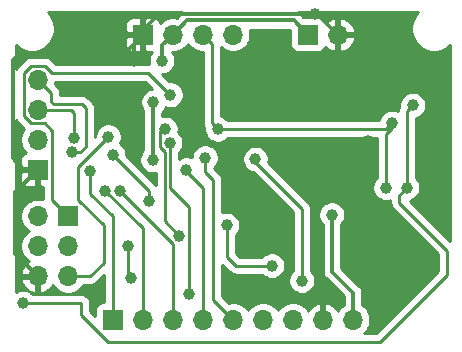
<source format=gbl>
%TF.GenerationSoftware,KiCad,Pcbnew,(5.1.10-1-10_14)*%
%TF.CreationDate,2021-08-15T15:03:56-03:00*%
%TF.ProjectId,bacee,62616365-652e-46b6-9963-61645f706362,1*%
%TF.SameCoordinates,Original*%
%TF.FileFunction,Copper,L2,Bot*%
%TF.FilePolarity,Positive*%
%FSLAX46Y46*%
G04 Gerber Fmt 4.6, Leading zero omitted, Abs format (unit mm)*
G04 Created by KiCad (PCBNEW (5.1.10-1-10_14)) date 2021-08-15 15:03:56*
%MOMM*%
%LPD*%
G01*
G04 APERTURE LIST*
%TA.AperFunction,ComponentPad*%
%ADD10R,1.700000X1.700000*%
%TD*%
%TA.AperFunction,ComponentPad*%
%ADD11O,1.700000X1.700000*%
%TD*%
%TA.AperFunction,ViaPad*%
%ADD12C,1.000000*%
%TD*%
%TA.AperFunction,Conductor*%
%ADD13C,0.300000*%
%TD*%
%TA.AperFunction,Conductor*%
%ADD14C,0.250000*%
%TD*%
%TA.AperFunction,Conductor*%
%ADD15C,0.254000*%
%TD*%
%TA.AperFunction,Conductor*%
%ADD16C,0.100000*%
%TD*%
G04 APERTURE END LIST*
D10*
%TO.P,BT1,1*%
%TO.N,/VCC*%
X83820000Y-104140000D03*
D11*
%TO.P,BT1,2*%
%TO.N,GNDPWR*%
X86360000Y-104140000D03*
%TD*%
D10*
%TO.P,J1,1*%
%TO.N,/MISO*%
X63500000Y-119507000D03*
D11*
%TO.P,J1,2*%
%TO.N,/VCC*%
X60960000Y-119507000D03*
%TO.P,J1,3*%
%TO.N,/SCK*%
X63500000Y-122047000D03*
%TO.P,J1,4*%
%TO.N,/MOSI*%
X60960000Y-122047000D03*
%TO.P,J1,5*%
%TO.N,/RESET*%
X63500000Y-124587000D03*
%TO.P,J1,6*%
%TO.N,GNDPWR*%
X60960000Y-124587000D03*
%TD*%
D10*
%TO.P,J2,1*%
%TO.N,/D2*%
X67310000Y-128270000D03*
D11*
%TO.P,J2,2*%
%TO.N,/D3*%
X69850000Y-128270000D03*
%TO.P,J2,3*%
%TO.N,/D4*%
X72390000Y-128270000D03*
%TO.P,J2,4*%
%TO.N,/D5*%
X74930000Y-128270000D03*
%TO.P,J2,5*%
%TO.N,/D6*%
X77470000Y-128270000D03*
%TO.P,J2,6*%
%TO.N,/D7*%
X80010000Y-128270000D03*
%TO.P,J2,7*%
%TO.N,/D8*%
X82550000Y-128270000D03*
%TO.P,J2,8*%
%TO.N,GNDPWR*%
X85090000Y-128270000D03*
%TO.P,J2,9*%
%TO.N,/VCC*%
X87630000Y-128270000D03*
%TD*%
D10*
%TO.P,J3,1*%
%TO.N,GNDPWR*%
X60960000Y-115570000D03*
D11*
%TO.P,J3,2*%
%TO.N,/VCC*%
X60960000Y-113030000D03*
%TO.P,J3,3*%
%TO.N,/RX*%
X60960000Y-110490000D03*
%TO.P,J3,4*%
%TO.N,/TX*%
X60960000Y-107950000D03*
%TD*%
%TO.P,J4,4*%
%TO.N,/SCK*%
X77470000Y-104140000D03*
%TO.P,J4,3*%
%TO.N,/SDA*%
X74930000Y-104140000D03*
%TO.P,J4,2*%
%TO.N,/VCC*%
X72390000Y-104140000D03*
D10*
%TO.P,J4,1*%
%TO.N,GNDPWR*%
X69850000Y-104140000D03*
%TD*%
D12*
%TO.N,/VCC*%
X85852000Y-119380000D03*
X71469000Y-106346991D03*
X70669000Y-114746992D03*
X70739000Y-109855000D03*
%TO.N,GNDPWR*%
X84455000Y-102362000D03*
X69069000Y-106346992D03*
X69053340Y-108849163D03*
X69053340Y-114138340D03*
X89027000Y-119761000D03*
X88900000Y-113157000D03*
%TO.N,Net-(C2-Pad1)*%
X80772000Y-123698000D03*
X76962000Y-120269000D03*
%TO.N,/SCK*%
X68580000Y-122047000D03*
X68834000Y-124714000D03*
X83312000Y-124968000D03*
X79375000Y-114681000D03*
%TO.N,/MISO*%
X72160884Y-109237758D03*
%TO.N,/MOSI*%
X67310000Y-114300000D03*
X70358000Y-118237000D03*
%TO.N,/RESET*%
X66929000Y-112776000D03*
%TO.N,/D2*%
X65405000Y-115697000D03*
%TO.N,/D3*%
X66675000Y-117348000D03*
%TO.N,/D4*%
X67927183Y-117406806D03*
%TO.N,/D5*%
X73533000Y-115570000D03*
%TO.N,/D6*%
X75119002Y-114554000D03*
%TO.N,/D7*%
X73787000Y-126111000D03*
X72136000Y-113284000D03*
%TO.N,/D8*%
X72898000Y-121158000D03*
X71755000Y-112141000D03*
%TO.N,/RX*%
X64002781Y-112907780D03*
%TO.N,/TX*%
X63844629Y-114097313D03*
%TO.N,/SDA*%
X76200000Y-112141000D03*
X90424000Y-117094000D03*
X90932000Y-111633000D03*
%TO.N,/SCL*%
X59690000Y-126873000D03*
X92202000Y-117094000D03*
X92710000Y-110109000D03*
%TD*%
D13*
%TO.N,/VCC*%
X85852000Y-119380000D02*
X85852000Y-124206000D01*
X87630000Y-125984000D02*
X87630000Y-128270000D01*
X85852000Y-124206000D02*
X87630000Y-125984000D01*
X82619999Y-102939999D02*
X83820000Y-104140000D01*
X73590001Y-102939999D02*
X82619999Y-102939999D01*
X72390000Y-104140000D02*
X73590001Y-102939999D01*
X71469000Y-105061000D02*
X72390000Y-104140000D01*
X71469000Y-106346991D02*
X71469000Y-105061000D01*
X70669000Y-109925000D02*
X70739000Y-109855000D01*
X70669000Y-114746992D02*
X70669000Y-109925000D01*
%TO.N,GNDPWR*%
X84582000Y-102362000D02*
X86360000Y-104140000D01*
X84455000Y-102362000D02*
X84582000Y-102362000D01*
X69850000Y-104140000D02*
X69850000Y-103759000D01*
X71247000Y-102362000D02*
X84455000Y-102362000D01*
X69850000Y-103759000D02*
X71247000Y-102362000D01*
X69069000Y-104921000D02*
X69850000Y-104140000D01*
X69069000Y-106346992D02*
X69069000Y-104921000D01*
X69053340Y-108849163D02*
X69053340Y-114138340D01*
X60960000Y-124587000D02*
X59055000Y-122682000D01*
X59055000Y-117475000D02*
X60960000Y-115570000D01*
X59055000Y-122682000D02*
X59055000Y-117475000D01*
X69850000Y-104140000D02*
X68326000Y-105664000D01*
X59810000Y-115570000D02*
X60960000Y-115570000D01*
X58833990Y-114593990D02*
X59810000Y-115570000D01*
X58833990Y-106266010D02*
X58833990Y-114593990D01*
X59436000Y-105664000D02*
X58833990Y-106266010D01*
X68326000Y-105664000D02*
X59436000Y-105664000D01*
X89027000Y-119761000D02*
X89027000Y-113411000D01*
X88900000Y-113284000D02*
X88900000Y-113157000D01*
X89027000Y-113411000D02*
X88900000Y-113284000D01*
D14*
%TO.N,Net-(C2-Pad1)*%
X80772000Y-123698000D02*
X77978000Y-123698000D01*
X77978000Y-123698000D02*
X77724000Y-123698000D01*
X77724000Y-123698000D02*
X76962000Y-122936000D01*
X76962000Y-122936000D02*
X76962000Y-120269000D01*
%TO.N,/SCK*%
X68580000Y-122047000D02*
X68580000Y-124587000D01*
X68707000Y-124714000D02*
X68834000Y-124714000D01*
X68580000Y-124587000D02*
X68707000Y-124714000D01*
X83312000Y-124968000D02*
X83312000Y-118872000D01*
X79375000Y-114935000D02*
X79375000Y-114681000D01*
X83312000Y-118872000D02*
X79375000Y-114935000D01*
%TO.N,/MISO*%
X59784999Y-107385999D02*
X60395999Y-106774999D01*
X70309125Y-107385999D02*
X72160884Y-109237758D01*
X60395999Y-106774999D02*
X61524001Y-106774999D01*
X62135001Y-107385999D02*
X70309125Y-107385999D01*
X60395999Y-111665001D02*
X59784999Y-111054001D01*
X59784999Y-111054001D02*
X59784999Y-107385999D01*
X61524001Y-111665001D02*
X60395999Y-111665001D01*
X62135001Y-112276001D02*
X61524001Y-111665001D01*
X62135001Y-118142001D02*
X62135001Y-112276001D01*
X61524001Y-106774999D02*
X62135001Y-107385999D01*
X63500000Y-119507000D02*
X62135001Y-118142001D01*
%TO.N,/MOSI*%
X70358000Y-117348000D02*
X70358000Y-118237000D01*
X67310000Y-114300000D02*
X70358000Y-117348000D01*
%TO.N,/RESET*%
X64389000Y-115316000D02*
X64389000Y-118110998D01*
X66548000Y-120269998D02*
X66548000Y-123444000D01*
X65405000Y-124587000D02*
X63500000Y-124587000D01*
X64389000Y-118110998D02*
X66548000Y-120269998D01*
X66548000Y-123444000D02*
X65405000Y-124587000D01*
X66929000Y-112776000D02*
X64389000Y-115316000D01*
%TO.N,/D2*%
X67310000Y-128270000D02*
X67310000Y-119507000D01*
X67310000Y-119507000D02*
X65405000Y-117602000D01*
X65405000Y-117602000D02*
X65405000Y-115697000D01*
%TO.N,/D3*%
X69850000Y-120523000D02*
X69850000Y-128270000D01*
X66675000Y-117348000D02*
X69850000Y-120523000D01*
%TO.N,/D4*%
X72390000Y-121869623D02*
X72390000Y-128270000D01*
X67927183Y-117406806D02*
X72390000Y-121869623D01*
%TO.N,/D5*%
X74930000Y-128270000D02*
X74930000Y-117094000D01*
X73533000Y-115697000D02*
X73533000Y-115570000D01*
X74930000Y-117094000D02*
X73533000Y-115697000D01*
%TO.N,/D6*%
X77470000Y-128270000D02*
X75819000Y-126619000D01*
X75819000Y-126619000D02*
X75819000Y-116459000D01*
X75119002Y-115759002D02*
X75119002Y-114554000D01*
X75819000Y-116459000D02*
X75119002Y-115759002D01*
%TO.N,/D7*%
X73787000Y-126111000D02*
X73787000Y-118745000D01*
X73787000Y-118745000D02*
X72136000Y-117094000D01*
X72136000Y-117094000D02*
X72136000Y-113284000D01*
%TO.N,/D8*%
X71310999Y-113680001D02*
X71310999Y-112331001D01*
X71685990Y-119945990D02*
X71685990Y-114054992D01*
X71685990Y-114054992D02*
X71310999Y-113680001D01*
X72898000Y-121158000D02*
X71685990Y-119945990D01*
X71501000Y-112141000D02*
X71755000Y-112141000D01*
X71310999Y-112331001D02*
X71501000Y-112141000D01*
%TO.N,/RX*%
X60960000Y-110490000D02*
X63754000Y-110490000D01*
X64002781Y-110738781D02*
X64002781Y-112907780D01*
X63754000Y-110490000D02*
X64002781Y-110738781D01*
%TO.N,/TX*%
X63641942Y-114300000D02*
X63844629Y-114097313D01*
X60960000Y-107950000D02*
X62103000Y-109093000D01*
X62103000Y-109855000D02*
X62287990Y-110039990D01*
X62103000Y-109093000D02*
X62103000Y-109855000D01*
X64700990Y-110039990D02*
X65024000Y-110363000D01*
X62287990Y-110039990D02*
X64700990Y-110039990D01*
X65024000Y-113625048D02*
X64551735Y-114097313D01*
X64551735Y-114097313D02*
X63844629Y-114097313D01*
X65024000Y-110363000D02*
X65024000Y-113625048D01*
%TO.N,/SDA*%
X76200000Y-112141000D02*
X75692000Y-111633000D01*
X75692000Y-104902000D02*
X74930000Y-104140000D01*
X75692000Y-111633000D02*
X75692000Y-104902000D01*
X90424000Y-117094000D02*
X90424000Y-112522000D01*
X90932000Y-112014000D02*
X90932000Y-111633000D01*
X90424000Y-112522000D02*
X90932000Y-112014000D01*
X90424000Y-112141000D02*
X90932000Y-111633000D01*
X76200000Y-112141000D02*
X90424000Y-112141000D01*
%TO.N,/SCL*%
X59690000Y-126873000D02*
X64643000Y-126873000D01*
X64643000Y-127888002D02*
X66929998Y-130175000D01*
X64643000Y-126873000D02*
X64643000Y-127888002D01*
X66929998Y-130175000D02*
X73787000Y-130175000D01*
X73787000Y-130175000D02*
X89916000Y-130175000D01*
X89916000Y-130175000D02*
X95631000Y-124460000D01*
X95631000Y-124460000D02*
X95631000Y-122428000D01*
X95631000Y-122428000D02*
X91567000Y-118364000D01*
X91567000Y-118364000D02*
X91567000Y-117729000D01*
X91567000Y-117729000D02*
X92202000Y-117094000D01*
X92202000Y-110617000D02*
X92710000Y-110109000D01*
X92202000Y-117094000D02*
X92202000Y-110617000D01*
%TD*%
D15*
%TO.N,GNDPWR*%
X73776525Y-105086632D02*
X73983368Y-105293475D01*
X74226589Y-105455990D01*
X74496842Y-105567932D01*
X74783740Y-105625000D01*
X74932001Y-105625000D01*
X74932000Y-111595677D01*
X74928324Y-111633000D01*
X74932000Y-111670322D01*
X74932000Y-111670332D01*
X74942997Y-111781985D01*
X74979389Y-111901956D01*
X74986454Y-111925246D01*
X75057026Y-112057276D01*
X75065000Y-112066992D01*
X75065000Y-112252788D01*
X75108617Y-112472067D01*
X75194176Y-112678624D01*
X75318388Y-112864520D01*
X75476480Y-113022612D01*
X75662376Y-113146824D01*
X75868933Y-113232383D01*
X76088212Y-113276000D01*
X76311788Y-113276000D01*
X76531067Y-113232383D01*
X76737624Y-113146824D01*
X76923520Y-113022612D01*
X77045132Y-112901000D01*
X89664001Y-112901000D01*
X89664000Y-116248868D01*
X89542388Y-116370480D01*
X89418176Y-116556376D01*
X89332617Y-116762933D01*
X89289000Y-116982212D01*
X89289000Y-117205788D01*
X89332617Y-117425067D01*
X89418176Y-117631624D01*
X89542388Y-117817520D01*
X89700480Y-117975612D01*
X89886376Y-118099824D01*
X90092933Y-118185383D01*
X90312212Y-118229000D01*
X90535788Y-118229000D01*
X90755067Y-118185383D01*
X90807000Y-118163872D01*
X90807000Y-118326678D01*
X90803324Y-118364000D01*
X90807000Y-118401322D01*
X90807000Y-118401332D01*
X90817997Y-118512985D01*
X90851066Y-118622000D01*
X90861454Y-118656246D01*
X90932026Y-118788276D01*
X90959897Y-118822236D01*
X91026999Y-118904001D01*
X91056003Y-118927804D01*
X94871001Y-122742803D01*
X94871000Y-124145198D01*
X89601199Y-129415000D01*
X88585107Y-129415000D01*
X88783475Y-129216632D01*
X88945990Y-128973411D01*
X89057932Y-128703158D01*
X89115000Y-128416260D01*
X89115000Y-128123740D01*
X89057932Y-127836842D01*
X88945990Y-127566589D01*
X88783475Y-127323368D01*
X88576632Y-127116525D01*
X88415000Y-127008526D01*
X88415000Y-126022556D01*
X88418797Y-125984000D01*
X88415000Y-125945440D01*
X88415000Y-125945439D01*
X88410819Y-125902990D01*
X88403642Y-125830113D01*
X88358754Y-125682140D01*
X88312504Y-125595612D01*
X88285862Y-125545767D01*
X88187764Y-125426236D01*
X88157811Y-125401654D01*
X86637000Y-123880843D01*
X86637000Y-120200132D01*
X86733612Y-120103520D01*
X86857824Y-119917624D01*
X86943383Y-119711067D01*
X86987000Y-119491788D01*
X86987000Y-119268212D01*
X86943383Y-119048933D01*
X86857824Y-118842376D01*
X86733612Y-118656480D01*
X86575520Y-118498388D01*
X86389624Y-118374176D01*
X86183067Y-118288617D01*
X85963788Y-118245000D01*
X85740212Y-118245000D01*
X85520933Y-118288617D01*
X85314376Y-118374176D01*
X85128480Y-118498388D01*
X84970388Y-118656480D01*
X84846176Y-118842376D01*
X84760617Y-119048933D01*
X84717000Y-119268212D01*
X84717000Y-119491788D01*
X84760617Y-119711067D01*
X84846176Y-119917624D01*
X84970388Y-120103520D01*
X85067000Y-120200132D01*
X85067001Y-124167437D01*
X85063203Y-124206000D01*
X85078359Y-124359886D01*
X85123246Y-124507859D01*
X85123247Y-124507860D01*
X85196139Y-124644233D01*
X85236690Y-124693644D01*
X85269655Y-124733812D01*
X85269659Y-124733816D01*
X85294237Y-124763764D01*
X85324185Y-124788342D01*
X86845000Y-126309157D01*
X86845000Y-127008526D01*
X86683368Y-127116525D01*
X86476525Y-127323368D01*
X86354805Y-127505534D01*
X86285178Y-127388645D01*
X86090269Y-127172412D01*
X85856920Y-126998359D01*
X85594099Y-126873175D01*
X85446890Y-126828524D01*
X85217000Y-126949845D01*
X85217000Y-128143000D01*
X85237000Y-128143000D01*
X85237000Y-128397000D01*
X85217000Y-128397000D01*
X85217000Y-128417000D01*
X84963000Y-128417000D01*
X84963000Y-128397000D01*
X84943000Y-128397000D01*
X84943000Y-128143000D01*
X84963000Y-128143000D01*
X84963000Y-126949845D01*
X84733110Y-126828524D01*
X84585901Y-126873175D01*
X84323080Y-126998359D01*
X84089731Y-127172412D01*
X83894822Y-127388645D01*
X83825195Y-127505534D01*
X83703475Y-127323368D01*
X83496632Y-127116525D01*
X83253411Y-126954010D01*
X82983158Y-126842068D01*
X82696260Y-126785000D01*
X82403740Y-126785000D01*
X82116842Y-126842068D01*
X81846589Y-126954010D01*
X81603368Y-127116525D01*
X81396525Y-127323368D01*
X81280000Y-127497760D01*
X81163475Y-127323368D01*
X80956632Y-127116525D01*
X80713411Y-126954010D01*
X80443158Y-126842068D01*
X80156260Y-126785000D01*
X79863740Y-126785000D01*
X79576842Y-126842068D01*
X79306589Y-126954010D01*
X79063368Y-127116525D01*
X78856525Y-127323368D01*
X78740000Y-127497760D01*
X78623475Y-127323368D01*
X78416632Y-127116525D01*
X78173411Y-126954010D01*
X77903158Y-126842068D01*
X77616260Y-126785000D01*
X77323740Y-126785000D01*
X77103592Y-126828791D01*
X76579000Y-126304199D01*
X76579000Y-123627801D01*
X77160201Y-124209002D01*
X77183999Y-124238001D01*
X77299724Y-124332974D01*
X77431753Y-124403546D01*
X77575014Y-124447003D01*
X77686667Y-124458000D01*
X77686675Y-124458000D01*
X77724000Y-124461676D01*
X77761325Y-124458000D01*
X79926868Y-124458000D01*
X80048480Y-124579612D01*
X80234376Y-124703824D01*
X80440933Y-124789383D01*
X80660212Y-124833000D01*
X80883788Y-124833000D01*
X81103067Y-124789383D01*
X81309624Y-124703824D01*
X81495520Y-124579612D01*
X81653612Y-124421520D01*
X81777824Y-124235624D01*
X81863383Y-124029067D01*
X81907000Y-123809788D01*
X81907000Y-123586212D01*
X81863383Y-123366933D01*
X81777824Y-123160376D01*
X81653612Y-122974480D01*
X81495520Y-122816388D01*
X81309624Y-122692176D01*
X81103067Y-122606617D01*
X80883788Y-122563000D01*
X80660212Y-122563000D01*
X80440933Y-122606617D01*
X80234376Y-122692176D01*
X80048480Y-122816388D01*
X79926868Y-122938000D01*
X78038802Y-122938000D01*
X77722000Y-122621199D01*
X77722000Y-121114132D01*
X77843612Y-120992520D01*
X77967824Y-120806624D01*
X78053383Y-120600067D01*
X78097000Y-120380788D01*
X78097000Y-120157212D01*
X78053383Y-119937933D01*
X77967824Y-119731376D01*
X77843612Y-119545480D01*
X77685520Y-119387388D01*
X77499624Y-119263176D01*
X77293067Y-119177617D01*
X77073788Y-119134000D01*
X76850212Y-119134000D01*
X76630933Y-119177617D01*
X76579000Y-119199128D01*
X76579000Y-116496325D01*
X76582676Y-116459000D01*
X76579000Y-116421675D01*
X76579000Y-116421667D01*
X76568003Y-116310014D01*
X76524546Y-116166753D01*
X76453974Y-116034724D01*
X76359001Y-115918999D01*
X76330002Y-115895201D01*
X75879002Y-115444201D01*
X75879002Y-115399132D01*
X76000614Y-115277520D01*
X76124826Y-115091624D01*
X76210385Y-114885067D01*
X76254002Y-114665788D01*
X76254002Y-114569212D01*
X78240000Y-114569212D01*
X78240000Y-114792788D01*
X78283617Y-115012067D01*
X78369176Y-115218624D01*
X78493388Y-115404520D01*
X78651480Y-115562612D01*
X78837376Y-115686824D01*
X79043933Y-115772383D01*
X79160835Y-115795636D01*
X82552001Y-119186803D01*
X82552000Y-124122868D01*
X82430388Y-124244480D01*
X82306176Y-124430376D01*
X82220617Y-124636933D01*
X82177000Y-124856212D01*
X82177000Y-125079788D01*
X82220617Y-125299067D01*
X82306176Y-125505624D01*
X82430388Y-125691520D01*
X82588480Y-125849612D01*
X82774376Y-125973824D01*
X82980933Y-126059383D01*
X83200212Y-126103000D01*
X83423788Y-126103000D01*
X83643067Y-126059383D01*
X83849624Y-125973824D01*
X84035520Y-125849612D01*
X84193612Y-125691520D01*
X84317824Y-125505624D01*
X84403383Y-125299067D01*
X84447000Y-125079788D01*
X84447000Y-124856212D01*
X84403383Y-124636933D01*
X84317824Y-124430376D01*
X84193612Y-124244480D01*
X84072000Y-124122868D01*
X84072000Y-118909325D01*
X84075676Y-118872000D01*
X84072000Y-118834675D01*
X84072000Y-118834667D01*
X84061003Y-118723014D01*
X84017546Y-118579753D01*
X83946974Y-118447724D01*
X83852001Y-118331999D01*
X83823003Y-118308201D01*
X80476418Y-114961617D01*
X80510000Y-114792788D01*
X80510000Y-114569212D01*
X80466383Y-114349933D01*
X80380824Y-114143376D01*
X80256612Y-113957480D01*
X80098520Y-113799388D01*
X79912624Y-113675176D01*
X79706067Y-113589617D01*
X79486788Y-113546000D01*
X79263212Y-113546000D01*
X79043933Y-113589617D01*
X78837376Y-113675176D01*
X78651480Y-113799388D01*
X78493388Y-113957480D01*
X78369176Y-114143376D01*
X78283617Y-114349933D01*
X78240000Y-114569212D01*
X76254002Y-114569212D01*
X76254002Y-114442212D01*
X76210385Y-114222933D01*
X76124826Y-114016376D01*
X76000614Y-113830480D01*
X75842522Y-113672388D01*
X75656626Y-113548176D01*
X75450069Y-113462617D01*
X75230790Y-113419000D01*
X75007214Y-113419000D01*
X74787935Y-113462617D01*
X74581378Y-113548176D01*
X74395482Y-113672388D01*
X74237390Y-113830480D01*
X74113178Y-114016376D01*
X74027619Y-114222933D01*
X73984002Y-114442212D01*
X73984002Y-114528296D01*
X73864067Y-114478617D01*
X73644788Y-114435000D01*
X73421212Y-114435000D01*
X73201933Y-114478617D01*
X72995376Y-114564176D01*
X72896000Y-114630577D01*
X72896000Y-114129132D01*
X73017612Y-114007520D01*
X73141824Y-113821624D01*
X73227383Y-113615067D01*
X73271000Y-113395788D01*
X73271000Y-113172212D01*
X73227383Y-112952933D01*
X73141824Y-112746376D01*
X73017612Y-112560480D01*
X72860123Y-112402991D01*
X72890000Y-112252788D01*
X72890000Y-112029212D01*
X72846383Y-111809933D01*
X72760824Y-111603376D01*
X72636612Y-111417480D01*
X72478520Y-111259388D01*
X72292624Y-111135176D01*
X72086067Y-111049617D01*
X71866788Y-111006000D01*
X71643212Y-111006000D01*
X71454000Y-111043636D01*
X71454000Y-110742305D01*
X71462520Y-110736612D01*
X71620612Y-110578520D01*
X71744824Y-110392624D01*
X71779716Y-110308388D01*
X71829817Y-110329141D01*
X72049096Y-110372758D01*
X72272672Y-110372758D01*
X72491951Y-110329141D01*
X72698508Y-110243582D01*
X72884404Y-110119370D01*
X73042496Y-109961278D01*
X73166708Y-109775382D01*
X73252267Y-109568825D01*
X73295884Y-109349546D01*
X73295884Y-109125970D01*
X73252267Y-108906691D01*
X73166708Y-108700134D01*
X73042496Y-108514238D01*
X72884404Y-108356146D01*
X72698508Y-108231934D01*
X72491951Y-108146375D01*
X72272672Y-108102758D01*
X72100686Y-108102758D01*
X71479918Y-107481991D01*
X71580788Y-107481991D01*
X71800067Y-107438374D01*
X72006624Y-107352815D01*
X72192520Y-107228603D01*
X72350612Y-107070511D01*
X72474824Y-106884615D01*
X72560383Y-106678058D01*
X72604000Y-106458779D01*
X72604000Y-106235203D01*
X72560383Y-106015924D01*
X72474824Y-105809367D01*
X72351634Y-105625000D01*
X72536260Y-105625000D01*
X72823158Y-105567932D01*
X73093411Y-105455990D01*
X73336632Y-105293475D01*
X73543475Y-105086632D01*
X73660000Y-104912240D01*
X73776525Y-105086632D01*
%TA.AperFunction,Conductor*%
D16*
G36*
X73776525Y-105086632D02*
G01*
X73983368Y-105293475D01*
X74226589Y-105455990D01*
X74496842Y-105567932D01*
X74783740Y-105625000D01*
X74932001Y-105625000D01*
X74932000Y-111595677D01*
X74928324Y-111633000D01*
X74932000Y-111670322D01*
X74932000Y-111670332D01*
X74942997Y-111781985D01*
X74979389Y-111901956D01*
X74986454Y-111925246D01*
X75057026Y-112057276D01*
X75065000Y-112066992D01*
X75065000Y-112252788D01*
X75108617Y-112472067D01*
X75194176Y-112678624D01*
X75318388Y-112864520D01*
X75476480Y-113022612D01*
X75662376Y-113146824D01*
X75868933Y-113232383D01*
X76088212Y-113276000D01*
X76311788Y-113276000D01*
X76531067Y-113232383D01*
X76737624Y-113146824D01*
X76923520Y-113022612D01*
X77045132Y-112901000D01*
X89664001Y-112901000D01*
X89664000Y-116248868D01*
X89542388Y-116370480D01*
X89418176Y-116556376D01*
X89332617Y-116762933D01*
X89289000Y-116982212D01*
X89289000Y-117205788D01*
X89332617Y-117425067D01*
X89418176Y-117631624D01*
X89542388Y-117817520D01*
X89700480Y-117975612D01*
X89886376Y-118099824D01*
X90092933Y-118185383D01*
X90312212Y-118229000D01*
X90535788Y-118229000D01*
X90755067Y-118185383D01*
X90807000Y-118163872D01*
X90807000Y-118326678D01*
X90803324Y-118364000D01*
X90807000Y-118401322D01*
X90807000Y-118401332D01*
X90817997Y-118512985D01*
X90851066Y-118622000D01*
X90861454Y-118656246D01*
X90932026Y-118788276D01*
X90959897Y-118822236D01*
X91026999Y-118904001D01*
X91056003Y-118927804D01*
X94871001Y-122742803D01*
X94871000Y-124145198D01*
X89601199Y-129415000D01*
X88585107Y-129415000D01*
X88783475Y-129216632D01*
X88945990Y-128973411D01*
X89057932Y-128703158D01*
X89115000Y-128416260D01*
X89115000Y-128123740D01*
X89057932Y-127836842D01*
X88945990Y-127566589D01*
X88783475Y-127323368D01*
X88576632Y-127116525D01*
X88415000Y-127008526D01*
X88415000Y-126022556D01*
X88418797Y-125984000D01*
X88415000Y-125945440D01*
X88415000Y-125945439D01*
X88410819Y-125902990D01*
X88403642Y-125830113D01*
X88358754Y-125682140D01*
X88312504Y-125595612D01*
X88285862Y-125545767D01*
X88187764Y-125426236D01*
X88157811Y-125401654D01*
X86637000Y-123880843D01*
X86637000Y-120200132D01*
X86733612Y-120103520D01*
X86857824Y-119917624D01*
X86943383Y-119711067D01*
X86987000Y-119491788D01*
X86987000Y-119268212D01*
X86943383Y-119048933D01*
X86857824Y-118842376D01*
X86733612Y-118656480D01*
X86575520Y-118498388D01*
X86389624Y-118374176D01*
X86183067Y-118288617D01*
X85963788Y-118245000D01*
X85740212Y-118245000D01*
X85520933Y-118288617D01*
X85314376Y-118374176D01*
X85128480Y-118498388D01*
X84970388Y-118656480D01*
X84846176Y-118842376D01*
X84760617Y-119048933D01*
X84717000Y-119268212D01*
X84717000Y-119491788D01*
X84760617Y-119711067D01*
X84846176Y-119917624D01*
X84970388Y-120103520D01*
X85067000Y-120200132D01*
X85067001Y-124167437D01*
X85063203Y-124206000D01*
X85078359Y-124359886D01*
X85123246Y-124507859D01*
X85123247Y-124507860D01*
X85196139Y-124644233D01*
X85236690Y-124693644D01*
X85269655Y-124733812D01*
X85269659Y-124733816D01*
X85294237Y-124763764D01*
X85324185Y-124788342D01*
X86845000Y-126309157D01*
X86845000Y-127008526D01*
X86683368Y-127116525D01*
X86476525Y-127323368D01*
X86354805Y-127505534D01*
X86285178Y-127388645D01*
X86090269Y-127172412D01*
X85856920Y-126998359D01*
X85594099Y-126873175D01*
X85446890Y-126828524D01*
X85217000Y-126949845D01*
X85217000Y-128143000D01*
X85237000Y-128143000D01*
X85237000Y-128397000D01*
X85217000Y-128397000D01*
X85217000Y-128417000D01*
X84963000Y-128417000D01*
X84963000Y-128397000D01*
X84943000Y-128397000D01*
X84943000Y-128143000D01*
X84963000Y-128143000D01*
X84963000Y-126949845D01*
X84733110Y-126828524D01*
X84585901Y-126873175D01*
X84323080Y-126998359D01*
X84089731Y-127172412D01*
X83894822Y-127388645D01*
X83825195Y-127505534D01*
X83703475Y-127323368D01*
X83496632Y-127116525D01*
X83253411Y-126954010D01*
X82983158Y-126842068D01*
X82696260Y-126785000D01*
X82403740Y-126785000D01*
X82116842Y-126842068D01*
X81846589Y-126954010D01*
X81603368Y-127116525D01*
X81396525Y-127323368D01*
X81280000Y-127497760D01*
X81163475Y-127323368D01*
X80956632Y-127116525D01*
X80713411Y-126954010D01*
X80443158Y-126842068D01*
X80156260Y-126785000D01*
X79863740Y-126785000D01*
X79576842Y-126842068D01*
X79306589Y-126954010D01*
X79063368Y-127116525D01*
X78856525Y-127323368D01*
X78740000Y-127497760D01*
X78623475Y-127323368D01*
X78416632Y-127116525D01*
X78173411Y-126954010D01*
X77903158Y-126842068D01*
X77616260Y-126785000D01*
X77323740Y-126785000D01*
X77103592Y-126828791D01*
X76579000Y-126304199D01*
X76579000Y-123627801D01*
X77160201Y-124209002D01*
X77183999Y-124238001D01*
X77299724Y-124332974D01*
X77431753Y-124403546D01*
X77575014Y-124447003D01*
X77686667Y-124458000D01*
X77686675Y-124458000D01*
X77724000Y-124461676D01*
X77761325Y-124458000D01*
X79926868Y-124458000D01*
X80048480Y-124579612D01*
X80234376Y-124703824D01*
X80440933Y-124789383D01*
X80660212Y-124833000D01*
X80883788Y-124833000D01*
X81103067Y-124789383D01*
X81309624Y-124703824D01*
X81495520Y-124579612D01*
X81653612Y-124421520D01*
X81777824Y-124235624D01*
X81863383Y-124029067D01*
X81907000Y-123809788D01*
X81907000Y-123586212D01*
X81863383Y-123366933D01*
X81777824Y-123160376D01*
X81653612Y-122974480D01*
X81495520Y-122816388D01*
X81309624Y-122692176D01*
X81103067Y-122606617D01*
X80883788Y-122563000D01*
X80660212Y-122563000D01*
X80440933Y-122606617D01*
X80234376Y-122692176D01*
X80048480Y-122816388D01*
X79926868Y-122938000D01*
X78038802Y-122938000D01*
X77722000Y-122621199D01*
X77722000Y-121114132D01*
X77843612Y-120992520D01*
X77967824Y-120806624D01*
X78053383Y-120600067D01*
X78097000Y-120380788D01*
X78097000Y-120157212D01*
X78053383Y-119937933D01*
X77967824Y-119731376D01*
X77843612Y-119545480D01*
X77685520Y-119387388D01*
X77499624Y-119263176D01*
X77293067Y-119177617D01*
X77073788Y-119134000D01*
X76850212Y-119134000D01*
X76630933Y-119177617D01*
X76579000Y-119199128D01*
X76579000Y-116496325D01*
X76582676Y-116459000D01*
X76579000Y-116421675D01*
X76579000Y-116421667D01*
X76568003Y-116310014D01*
X76524546Y-116166753D01*
X76453974Y-116034724D01*
X76359001Y-115918999D01*
X76330002Y-115895201D01*
X75879002Y-115444201D01*
X75879002Y-115399132D01*
X76000614Y-115277520D01*
X76124826Y-115091624D01*
X76210385Y-114885067D01*
X76254002Y-114665788D01*
X76254002Y-114569212D01*
X78240000Y-114569212D01*
X78240000Y-114792788D01*
X78283617Y-115012067D01*
X78369176Y-115218624D01*
X78493388Y-115404520D01*
X78651480Y-115562612D01*
X78837376Y-115686824D01*
X79043933Y-115772383D01*
X79160835Y-115795636D01*
X82552001Y-119186803D01*
X82552000Y-124122868D01*
X82430388Y-124244480D01*
X82306176Y-124430376D01*
X82220617Y-124636933D01*
X82177000Y-124856212D01*
X82177000Y-125079788D01*
X82220617Y-125299067D01*
X82306176Y-125505624D01*
X82430388Y-125691520D01*
X82588480Y-125849612D01*
X82774376Y-125973824D01*
X82980933Y-126059383D01*
X83200212Y-126103000D01*
X83423788Y-126103000D01*
X83643067Y-126059383D01*
X83849624Y-125973824D01*
X84035520Y-125849612D01*
X84193612Y-125691520D01*
X84317824Y-125505624D01*
X84403383Y-125299067D01*
X84447000Y-125079788D01*
X84447000Y-124856212D01*
X84403383Y-124636933D01*
X84317824Y-124430376D01*
X84193612Y-124244480D01*
X84072000Y-124122868D01*
X84072000Y-118909325D01*
X84075676Y-118872000D01*
X84072000Y-118834675D01*
X84072000Y-118834667D01*
X84061003Y-118723014D01*
X84017546Y-118579753D01*
X83946974Y-118447724D01*
X83852001Y-118331999D01*
X83823003Y-118308201D01*
X80476418Y-114961617D01*
X80510000Y-114792788D01*
X80510000Y-114569212D01*
X80466383Y-114349933D01*
X80380824Y-114143376D01*
X80256612Y-113957480D01*
X80098520Y-113799388D01*
X79912624Y-113675176D01*
X79706067Y-113589617D01*
X79486788Y-113546000D01*
X79263212Y-113546000D01*
X79043933Y-113589617D01*
X78837376Y-113675176D01*
X78651480Y-113799388D01*
X78493388Y-113957480D01*
X78369176Y-114143376D01*
X78283617Y-114349933D01*
X78240000Y-114569212D01*
X76254002Y-114569212D01*
X76254002Y-114442212D01*
X76210385Y-114222933D01*
X76124826Y-114016376D01*
X76000614Y-113830480D01*
X75842522Y-113672388D01*
X75656626Y-113548176D01*
X75450069Y-113462617D01*
X75230790Y-113419000D01*
X75007214Y-113419000D01*
X74787935Y-113462617D01*
X74581378Y-113548176D01*
X74395482Y-113672388D01*
X74237390Y-113830480D01*
X74113178Y-114016376D01*
X74027619Y-114222933D01*
X73984002Y-114442212D01*
X73984002Y-114528296D01*
X73864067Y-114478617D01*
X73644788Y-114435000D01*
X73421212Y-114435000D01*
X73201933Y-114478617D01*
X72995376Y-114564176D01*
X72896000Y-114630577D01*
X72896000Y-114129132D01*
X73017612Y-114007520D01*
X73141824Y-113821624D01*
X73227383Y-113615067D01*
X73271000Y-113395788D01*
X73271000Y-113172212D01*
X73227383Y-112952933D01*
X73141824Y-112746376D01*
X73017612Y-112560480D01*
X72860123Y-112402991D01*
X72890000Y-112252788D01*
X72890000Y-112029212D01*
X72846383Y-111809933D01*
X72760824Y-111603376D01*
X72636612Y-111417480D01*
X72478520Y-111259388D01*
X72292624Y-111135176D01*
X72086067Y-111049617D01*
X71866788Y-111006000D01*
X71643212Y-111006000D01*
X71454000Y-111043636D01*
X71454000Y-110742305D01*
X71462520Y-110736612D01*
X71620612Y-110578520D01*
X71744824Y-110392624D01*
X71779716Y-110308388D01*
X71829817Y-110329141D01*
X72049096Y-110372758D01*
X72272672Y-110372758D01*
X72491951Y-110329141D01*
X72698508Y-110243582D01*
X72884404Y-110119370D01*
X73042496Y-109961278D01*
X73166708Y-109775382D01*
X73252267Y-109568825D01*
X73295884Y-109349546D01*
X73295884Y-109125970D01*
X73252267Y-108906691D01*
X73166708Y-108700134D01*
X73042496Y-108514238D01*
X72884404Y-108356146D01*
X72698508Y-108231934D01*
X72491951Y-108146375D01*
X72272672Y-108102758D01*
X72100686Y-108102758D01*
X71479918Y-107481991D01*
X71580788Y-107481991D01*
X71800067Y-107438374D01*
X72006624Y-107352815D01*
X72192520Y-107228603D01*
X72350612Y-107070511D01*
X72474824Y-106884615D01*
X72560383Y-106678058D01*
X72604000Y-106458779D01*
X72604000Y-106235203D01*
X72560383Y-106015924D01*
X72474824Y-105809367D01*
X72351634Y-105625000D01*
X72536260Y-105625000D01*
X72823158Y-105567932D01*
X73093411Y-105455990D01*
X73336632Y-105293475D01*
X73543475Y-105086632D01*
X73660000Y-104912240D01*
X73776525Y-105086632D01*
G37*
%TD.AperFunction*%
D15*
X59150025Y-111478277D02*
X59177967Y-111512324D01*
X59244998Y-111594002D01*
X59274001Y-111617804D01*
X59779704Y-112123509D01*
X59644010Y-112326589D01*
X59532068Y-112596842D01*
X59475000Y-112883740D01*
X59475000Y-113176260D01*
X59532068Y-113463158D01*
X59644010Y-113733411D01*
X59806525Y-113976632D01*
X59938380Y-114108487D01*
X59865820Y-114130498D01*
X59755506Y-114189463D01*
X59658815Y-114268815D01*
X59579463Y-114365506D01*
X59520498Y-114475820D01*
X59484188Y-114595518D01*
X59471928Y-114720000D01*
X59475000Y-115284250D01*
X59633750Y-115443000D01*
X60833000Y-115443000D01*
X60833000Y-115423000D01*
X61087000Y-115423000D01*
X61087000Y-115443000D01*
X61107000Y-115443000D01*
X61107000Y-115697000D01*
X61087000Y-115697000D01*
X61087000Y-116896250D01*
X61245750Y-117055000D01*
X61375001Y-117055704D01*
X61375001Y-118075456D01*
X61106260Y-118022000D01*
X60813740Y-118022000D01*
X60526842Y-118079068D01*
X60256589Y-118191010D01*
X60013368Y-118353525D01*
X59806525Y-118560368D01*
X59644010Y-118803589D01*
X59532068Y-119073842D01*
X59475000Y-119360740D01*
X59475000Y-119653260D01*
X59532068Y-119940158D01*
X59644010Y-120210411D01*
X59806525Y-120453632D01*
X60013368Y-120660475D01*
X60187760Y-120777000D01*
X60013368Y-120893525D01*
X59806525Y-121100368D01*
X59644010Y-121343589D01*
X59532068Y-121613842D01*
X59475000Y-121900740D01*
X59475000Y-122193260D01*
X59532068Y-122480158D01*
X59644010Y-122750411D01*
X59806525Y-122993632D01*
X60013368Y-123200475D01*
X60195534Y-123322195D01*
X60078645Y-123391822D01*
X59862412Y-123586731D01*
X59688359Y-123820080D01*
X59563175Y-124082901D01*
X59518524Y-124230110D01*
X59639845Y-124460000D01*
X60833000Y-124460000D01*
X60833000Y-124440000D01*
X61087000Y-124440000D01*
X61087000Y-124460000D01*
X61107000Y-124460000D01*
X61107000Y-124714000D01*
X61087000Y-124714000D01*
X61087000Y-125907814D01*
X61316891Y-126028481D01*
X61591252Y-125931157D01*
X61841355Y-125782178D01*
X62057588Y-125587269D01*
X62228900Y-125357594D01*
X62346525Y-125533632D01*
X62553368Y-125740475D01*
X62796589Y-125902990D01*
X63066842Y-126014932D01*
X63353740Y-126072000D01*
X63646260Y-126072000D01*
X63933158Y-126014932D01*
X64203411Y-125902990D01*
X64446632Y-125740475D01*
X64653475Y-125533632D01*
X64778178Y-125347000D01*
X65367678Y-125347000D01*
X65405000Y-125350676D01*
X65442322Y-125347000D01*
X65442333Y-125347000D01*
X65553986Y-125336003D01*
X65697247Y-125292546D01*
X65829276Y-125221974D01*
X65945001Y-125127001D01*
X65968804Y-125097998D01*
X66550000Y-124516801D01*
X66550000Y-126781928D01*
X66460000Y-126781928D01*
X66335518Y-126794188D01*
X66215820Y-126830498D01*
X66105506Y-126889463D01*
X66008815Y-126968815D01*
X65929463Y-127065506D01*
X65870498Y-127175820D01*
X65834188Y-127295518D01*
X65821928Y-127420000D01*
X65821928Y-127992129D01*
X65403000Y-127573201D01*
X65403000Y-126910333D01*
X65406677Y-126873000D01*
X65392003Y-126724014D01*
X65348546Y-126580753D01*
X65277974Y-126448724D01*
X65183001Y-126332999D01*
X65067276Y-126238026D01*
X64935247Y-126167454D01*
X64791986Y-126123997D01*
X64680333Y-126113000D01*
X64643000Y-126109323D01*
X64605667Y-126113000D01*
X60535132Y-126113000D01*
X60413520Y-125991388D01*
X60279264Y-125901681D01*
X60328748Y-125931157D01*
X60603109Y-126028481D01*
X60833000Y-125907814D01*
X60833000Y-124714000D01*
X59639845Y-124714000D01*
X59518524Y-124943890D01*
X59563175Y-125091099D01*
X59688359Y-125353920D01*
X59862412Y-125587269D01*
X60078645Y-125782178D01*
X60206989Y-125858629D01*
X60021067Y-125781617D01*
X59801788Y-125738000D01*
X59578212Y-125738000D01*
X59358933Y-125781617D01*
X59152376Y-125867176D01*
X59080000Y-125915536D01*
X59080000Y-116420000D01*
X59471928Y-116420000D01*
X59484188Y-116544482D01*
X59520498Y-116664180D01*
X59579463Y-116774494D01*
X59658815Y-116871185D01*
X59755506Y-116950537D01*
X59865820Y-117009502D01*
X59985518Y-117045812D01*
X60110000Y-117058072D01*
X60674250Y-117055000D01*
X60833000Y-116896250D01*
X60833000Y-115697000D01*
X59633750Y-115697000D01*
X59475000Y-115855750D01*
X59471928Y-116420000D01*
X59080000Y-116420000D01*
X59080000Y-111347270D01*
X59150025Y-111478277D01*
%TA.AperFunction,Conductor*%
D16*
G36*
X59150025Y-111478277D02*
G01*
X59177967Y-111512324D01*
X59244998Y-111594002D01*
X59274001Y-111617804D01*
X59779704Y-112123509D01*
X59644010Y-112326589D01*
X59532068Y-112596842D01*
X59475000Y-112883740D01*
X59475000Y-113176260D01*
X59532068Y-113463158D01*
X59644010Y-113733411D01*
X59806525Y-113976632D01*
X59938380Y-114108487D01*
X59865820Y-114130498D01*
X59755506Y-114189463D01*
X59658815Y-114268815D01*
X59579463Y-114365506D01*
X59520498Y-114475820D01*
X59484188Y-114595518D01*
X59471928Y-114720000D01*
X59475000Y-115284250D01*
X59633750Y-115443000D01*
X60833000Y-115443000D01*
X60833000Y-115423000D01*
X61087000Y-115423000D01*
X61087000Y-115443000D01*
X61107000Y-115443000D01*
X61107000Y-115697000D01*
X61087000Y-115697000D01*
X61087000Y-116896250D01*
X61245750Y-117055000D01*
X61375001Y-117055704D01*
X61375001Y-118075456D01*
X61106260Y-118022000D01*
X60813740Y-118022000D01*
X60526842Y-118079068D01*
X60256589Y-118191010D01*
X60013368Y-118353525D01*
X59806525Y-118560368D01*
X59644010Y-118803589D01*
X59532068Y-119073842D01*
X59475000Y-119360740D01*
X59475000Y-119653260D01*
X59532068Y-119940158D01*
X59644010Y-120210411D01*
X59806525Y-120453632D01*
X60013368Y-120660475D01*
X60187760Y-120777000D01*
X60013368Y-120893525D01*
X59806525Y-121100368D01*
X59644010Y-121343589D01*
X59532068Y-121613842D01*
X59475000Y-121900740D01*
X59475000Y-122193260D01*
X59532068Y-122480158D01*
X59644010Y-122750411D01*
X59806525Y-122993632D01*
X60013368Y-123200475D01*
X60195534Y-123322195D01*
X60078645Y-123391822D01*
X59862412Y-123586731D01*
X59688359Y-123820080D01*
X59563175Y-124082901D01*
X59518524Y-124230110D01*
X59639845Y-124460000D01*
X60833000Y-124460000D01*
X60833000Y-124440000D01*
X61087000Y-124440000D01*
X61087000Y-124460000D01*
X61107000Y-124460000D01*
X61107000Y-124714000D01*
X61087000Y-124714000D01*
X61087000Y-125907814D01*
X61316891Y-126028481D01*
X61591252Y-125931157D01*
X61841355Y-125782178D01*
X62057588Y-125587269D01*
X62228900Y-125357594D01*
X62346525Y-125533632D01*
X62553368Y-125740475D01*
X62796589Y-125902990D01*
X63066842Y-126014932D01*
X63353740Y-126072000D01*
X63646260Y-126072000D01*
X63933158Y-126014932D01*
X64203411Y-125902990D01*
X64446632Y-125740475D01*
X64653475Y-125533632D01*
X64778178Y-125347000D01*
X65367678Y-125347000D01*
X65405000Y-125350676D01*
X65442322Y-125347000D01*
X65442333Y-125347000D01*
X65553986Y-125336003D01*
X65697247Y-125292546D01*
X65829276Y-125221974D01*
X65945001Y-125127001D01*
X65968804Y-125097998D01*
X66550000Y-124516801D01*
X66550000Y-126781928D01*
X66460000Y-126781928D01*
X66335518Y-126794188D01*
X66215820Y-126830498D01*
X66105506Y-126889463D01*
X66008815Y-126968815D01*
X65929463Y-127065506D01*
X65870498Y-127175820D01*
X65834188Y-127295518D01*
X65821928Y-127420000D01*
X65821928Y-127992129D01*
X65403000Y-127573201D01*
X65403000Y-126910333D01*
X65406677Y-126873000D01*
X65392003Y-126724014D01*
X65348546Y-126580753D01*
X65277974Y-126448724D01*
X65183001Y-126332999D01*
X65067276Y-126238026D01*
X64935247Y-126167454D01*
X64791986Y-126123997D01*
X64680333Y-126113000D01*
X64643000Y-126109323D01*
X64605667Y-126113000D01*
X60535132Y-126113000D01*
X60413520Y-125991388D01*
X60279264Y-125901681D01*
X60328748Y-125931157D01*
X60603109Y-126028481D01*
X60833000Y-125907814D01*
X60833000Y-124714000D01*
X59639845Y-124714000D01*
X59518524Y-124943890D01*
X59563175Y-125091099D01*
X59688359Y-125353920D01*
X59862412Y-125587269D01*
X60078645Y-125782178D01*
X60206989Y-125858629D01*
X60021067Y-125781617D01*
X59801788Y-125738000D01*
X59578212Y-125738000D01*
X59358933Y-125781617D01*
X59152376Y-125867176D01*
X59080000Y-125915536D01*
X59080000Y-116420000D01*
X59471928Y-116420000D01*
X59484188Y-116544482D01*
X59520498Y-116664180D01*
X59579463Y-116774494D01*
X59658815Y-116871185D01*
X59755506Y-116950537D01*
X59865820Y-117009502D01*
X59985518Y-117045812D01*
X60110000Y-117058072D01*
X60674250Y-117055000D01*
X60833000Y-116896250D01*
X60833000Y-115697000D01*
X59633750Y-115697000D01*
X59475000Y-115855750D01*
X59471928Y-116420000D01*
X59080000Y-116420000D01*
X59080000Y-111347270D01*
X59150025Y-111478277D01*
G37*
%TD.AperFunction*%
D15*
X92980630Y-102394933D02*
X92768254Y-102712776D01*
X92621966Y-103065945D01*
X92547390Y-103440867D01*
X92547390Y-103823133D01*
X92621966Y-104198055D01*
X92768254Y-104551224D01*
X92980630Y-104869067D01*
X93250933Y-105139370D01*
X93568776Y-105351746D01*
X93921945Y-105498034D01*
X94296867Y-105572610D01*
X94679133Y-105572610D01*
X95054055Y-105498034D01*
X95407224Y-105351746D01*
X95725067Y-105139370D01*
X95860001Y-105004436D01*
X95860000Y-121582198D01*
X92474778Y-118196977D01*
X92533067Y-118185383D01*
X92739624Y-118099824D01*
X92925520Y-117975612D01*
X93083612Y-117817520D01*
X93207824Y-117631624D01*
X93293383Y-117425067D01*
X93337000Y-117205788D01*
X93337000Y-116982212D01*
X93293383Y-116762933D01*
X93207824Y-116556376D01*
X93083612Y-116370480D01*
X92962000Y-116248868D01*
X92962000Y-111216110D01*
X93041067Y-111200383D01*
X93247624Y-111114824D01*
X93433520Y-110990612D01*
X93591612Y-110832520D01*
X93715824Y-110646624D01*
X93801383Y-110440067D01*
X93845000Y-110220788D01*
X93845000Y-109997212D01*
X93801383Y-109777933D01*
X93715824Y-109571376D01*
X93591612Y-109385480D01*
X93433520Y-109227388D01*
X93247624Y-109103176D01*
X93041067Y-109017617D01*
X92821788Y-108974000D01*
X92598212Y-108974000D01*
X92378933Y-109017617D01*
X92172376Y-109103176D01*
X91986480Y-109227388D01*
X91828388Y-109385480D01*
X91704176Y-109571376D01*
X91618617Y-109777933D01*
X91575000Y-109997212D01*
X91575000Y-110183008D01*
X91567026Y-110192724D01*
X91496454Y-110324754D01*
X91483942Y-110366002D01*
X91454136Y-110464265D01*
X91452998Y-110468015D01*
X91438588Y-110614320D01*
X91263067Y-110541617D01*
X91043788Y-110498000D01*
X90820212Y-110498000D01*
X90600933Y-110541617D01*
X90394376Y-110627176D01*
X90208480Y-110751388D01*
X90050388Y-110909480D01*
X89926176Y-111095376D01*
X89840617Y-111301933D01*
X89824890Y-111381000D01*
X77045132Y-111381000D01*
X76923520Y-111259388D01*
X76737624Y-111135176D01*
X76531067Y-111049617D01*
X76452000Y-111033890D01*
X76452000Y-105222107D01*
X76523368Y-105293475D01*
X76766589Y-105455990D01*
X77036842Y-105567932D01*
X77323740Y-105625000D01*
X77616260Y-105625000D01*
X77903158Y-105567932D01*
X78173411Y-105455990D01*
X78416632Y-105293475D01*
X78623475Y-105086632D01*
X78785990Y-104843411D01*
X78897932Y-104573158D01*
X78955000Y-104286260D01*
X78955000Y-103993740D01*
X78901544Y-103724999D01*
X82294842Y-103724999D01*
X82331928Y-103762085D01*
X82331928Y-104990000D01*
X82344188Y-105114482D01*
X82380498Y-105234180D01*
X82439463Y-105344494D01*
X82518815Y-105441185D01*
X82615506Y-105520537D01*
X82725820Y-105579502D01*
X82845518Y-105615812D01*
X82970000Y-105628072D01*
X84670000Y-105628072D01*
X84794482Y-105615812D01*
X84914180Y-105579502D01*
X85024494Y-105520537D01*
X85121185Y-105441185D01*
X85200537Y-105344494D01*
X85259502Y-105234180D01*
X85283966Y-105153534D01*
X85359731Y-105237588D01*
X85593080Y-105411641D01*
X85855901Y-105536825D01*
X86003110Y-105581476D01*
X86233000Y-105460155D01*
X86233000Y-104267000D01*
X86487000Y-104267000D01*
X86487000Y-105460155D01*
X86716890Y-105581476D01*
X86864099Y-105536825D01*
X87126920Y-105411641D01*
X87360269Y-105237588D01*
X87555178Y-105021355D01*
X87704157Y-104771252D01*
X87801481Y-104496891D01*
X87680814Y-104267000D01*
X86487000Y-104267000D01*
X86233000Y-104267000D01*
X86213000Y-104267000D01*
X86213000Y-104013000D01*
X86233000Y-104013000D01*
X86233000Y-102819845D01*
X86487000Y-102819845D01*
X86487000Y-104013000D01*
X87680814Y-104013000D01*
X87801481Y-103783109D01*
X87704157Y-103508748D01*
X87555178Y-103258645D01*
X87360269Y-103042412D01*
X87126920Y-102868359D01*
X86864099Y-102743175D01*
X86716890Y-102698524D01*
X86487000Y-102819845D01*
X86233000Y-102819845D01*
X86003110Y-102698524D01*
X85855901Y-102743175D01*
X85593080Y-102868359D01*
X85359731Y-103042412D01*
X85283966Y-103126466D01*
X85259502Y-103045820D01*
X85200537Y-102935506D01*
X85121185Y-102838815D01*
X85024494Y-102759463D01*
X84914180Y-102700498D01*
X84794482Y-102664188D01*
X84670000Y-102651928D01*
X83442085Y-102651928D01*
X83202346Y-102412189D01*
X83177763Y-102382235D01*
X83058232Y-102284137D01*
X83013074Y-102260000D01*
X93115563Y-102260000D01*
X92980630Y-102394933D01*
%TA.AperFunction,Conductor*%
D16*
G36*
X92980630Y-102394933D02*
G01*
X92768254Y-102712776D01*
X92621966Y-103065945D01*
X92547390Y-103440867D01*
X92547390Y-103823133D01*
X92621966Y-104198055D01*
X92768254Y-104551224D01*
X92980630Y-104869067D01*
X93250933Y-105139370D01*
X93568776Y-105351746D01*
X93921945Y-105498034D01*
X94296867Y-105572610D01*
X94679133Y-105572610D01*
X95054055Y-105498034D01*
X95407224Y-105351746D01*
X95725067Y-105139370D01*
X95860001Y-105004436D01*
X95860000Y-121582198D01*
X92474778Y-118196977D01*
X92533067Y-118185383D01*
X92739624Y-118099824D01*
X92925520Y-117975612D01*
X93083612Y-117817520D01*
X93207824Y-117631624D01*
X93293383Y-117425067D01*
X93337000Y-117205788D01*
X93337000Y-116982212D01*
X93293383Y-116762933D01*
X93207824Y-116556376D01*
X93083612Y-116370480D01*
X92962000Y-116248868D01*
X92962000Y-111216110D01*
X93041067Y-111200383D01*
X93247624Y-111114824D01*
X93433520Y-110990612D01*
X93591612Y-110832520D01*
X93715824Y-110646624D01*
X93801383Y-110440067D01*
X93845000Y-110220788D01*
X93845000Y-109997212D01*
X93801383Y-109777933D01*
X93715824Y-109571376D01*
X93591612Y-109385480D01*
X93433520Y-109227388D01*
X93247624Y-109103176D01*
X93041067Y-109017617D01*
X92821788Y-108974000D01*
X92598212Y-108974000D01*
X92378933Y-109017617D01*
X92172376Y-109103176D01*
X91986480Y-109227388D01*
X91828388Y-109385480D01*
X91704176Y-109571376D01*
X91618617Y-109777933D01*
X91575000Y-109997212D01*
X91575000Y-110183008D01*
X91567026Y-110192724D01*
X91496454Y-110324754D01*
X91483942Y-110366002D01*
X91454136Y-110464265D01*
X91452998Y-110468015D01*
X91438588Y-110614320D01*
X91263067Y-110541617D01*
X91043788Y-110498000D01*
X90820212Y-110498000D01*
X90600933Y-110541617D01*
X90394376Y-110627176D01*
X90208480Y-110751388D01*
X90050388Y-110909480D01*
X89926176Y-111095376D01*
X89840617Y-111301933D01*
X89824890Y-111381000D01*
X77045132Y-111381000D01*
X76923520Y-111259388D01*
X76737624Y-111135176D01*
X76531067Y-111049617D01*
X76452000Y-111033890D01*
X76452000Y-105222107D01*
X76523368Y-105293475D01*
X76766589Y-105455990D01*
X77036842Y-105567932D01*
X77323740Y-105625000D01*
X77616260Y-105625000D01*
X77903158Y-105567932D01*
X78173411Y-105455990D01*
X78416632Y-105293475D01*
X78623475Y-105086632D01*
X78785990Y-104843411D01*
X78897932Y-104573158D01*
X78955000Y-104286260D01*
X78955000Y-103993740D01*
X78901544Y-103724999D01*
X82294842Y-103724999D01*
X82331928Y-103762085D01*
X82331928Y-104990000D01*
X82344188Y-105114482D01*
X82380498Y-105234180D01*
X82439463Y-105344494D01*
X82518815Y-105441185D01*
X82615506Y-105520537D01*
X82725820Y-105579502D01*
X82845518Y-105615812D01*
X82970000Y-105628072D01*
X84670000Y-105628072D01*
X84794482Y-105615812D01*
X84914180Y-105579502D01*
X85024494Y-105520537D01*
X85121185Y-105441185D01*
X85200537Y-105344494D01*
X85259502Y-105234180D01*
X85283966Y-105153534D01*
X85359731Y-105237588D01*
X85593080Y-105411641D01*
X85855901Y-105536825D01*
X86003110Y-105581476D01*
X86233000Y-105460155D01*
X86233000Y-104267000D01*
X86487000Y-104267000D01*
X86487000Y-105460155D01*
X86716890Y-105581476D01*
X86864099Y-105536825D01*
X87126920Y-105411641D01*
X87360269Y-105237588D01*
X87555178Y-105021355D01*
X87704157Y-104771252D01*
X87801481Y-104496891D01*
X87680814Y-104267000D01*
X86487000Y-104267000D01*
X86233000Y-104267000D01*
X86213000Y-104267000D01*
X86213000Y-104013000D01*
X86233000Y-104013000D01*
X86233000Y-102819845D01*
X86487000Y-102819845D01*
X86487000Y-104013000D01*
X87680814Y-104013000D01*
X87801481Y-103783109D01*
X87704157Y-103508748D01*
X87555178Y-103258645D01*
X87360269Y-103042412D01*
X87126920Y-102868359D01*
X86864099Y-102743175D01*
X86716890Y-102698524D01*
X86487000Y-102819845D01*
X86233000Y-102819845D01*
X86003110Y-102698524D01*
X85855901Y-102743175D01*
X85593080Y-102868359D01*
X85359731Y-103042412D01*
X85283966Y-103126466D01*
X85259502Y-103045820D01*
X85200537Y-102935506D01*
X85121185Y-102838815D01*
X85024494Y-102759463D01*
X84914180Y-102700498D01*
X84794482Y-102664188D01*
X84670000Y-102651928D01*
X83442085Y-102651928D01*
X83202346Y-102412189D01*
X83177763Y-102382235D01*
X83058232Y-102284137D01*
X83013074Y-102260000D01*
X93115563Y-102260000D01*
X92980630Y-102394933D01*
G37*
%TD.AperFunction*%
D15*
X70578095Y-108729770D02*
X70407933Y-108763617D01*
X70201376Y-108849176D01*
X70015480Y-108973388D01*
X69857388Y-109131480D01*
X69733176Y-109317376D01*
X69647617Y-109523933D01*
X69604000Y-109743212D01*
X69604000Y-109966788D01*
X69647617Y-110186067D01*
X69733176Y-110392624D01*
X69857388Y-110578520D01*
X69884001Y-110605133D01*
X69884000Y-113926860D01*
X69787388Y-114023472D01*
X69663176Y-114209368D01*
X69577617Y-114415925D01*
X69534000Y-114635204D01*
X69534000Y-114858780D01*
X69577617Y-115078059D01*
X69663176Y-115284616D01*
X69787388Y-115470512D01*
X69945480Y-115628604D01*
X70131376Y-115752816D01*
X70337933Y-115838375D01*
X70557212Y-115881992D01*
X70780788Y-115881992D01*
X70925991Y-115853110D01*
X70925991Y-116842104D01*
X70921799Y-116836997D01*
X70898001Y-116807999D01*
X70869003Y-116784201D01*
X68445000Y-114360199D01*
X68445000Y-114188212D01*
X68401383Y-113968933D01*
X68315824Y-113762376D01*
X68191612Y-113576480D01*
X68033520Y-113418388D01*
X67916893Y-113340460D01*
X67934824Y-113313624D01*
X68020383Y-113107067D01*
X68064000Y-112887788D01*
X68064000Y-112664212D01*
X68020383Y-112444933D01*
X67934824Y-112238376D01*
X67810612Y-112052480D01*
X67652520Y-111894388D01*
X67466624Y-111770176D01*
X67260067Y-111684617D01*
X67040788Y-111641000D01*
X66817212Y-111641000D01*
X66597933Y-111684617D01*
X66391376Y-111770176D01*
X66205480Y-111894388D01*
X66047388Y-112052480D01*
X65923176Y-112238376D01*
X65837617Y-112444933D01*
X65794000Y-112664212D01*
X65794000Y-112836197D01*
X65784000Y-112846197D01*
X65784000Y-110400322D01*
X65787676Y-110362999D01*
X65784000Y-110325676D01*
X65784000Y-110325667D01*
X65773003Y-110214014D01*
X65729546Y-110070753D01*
X65658974Y-109938724D01*
X65564001Y-109822999D01*
X65534998Y-109799197D01*
X65264794Y-109528993D01*
X65240991Y-109499989D01*
X65125266Y-109405016D01*
X64993237Y-109334444D01*
X64849976Y-109290987D01*
X64738323Y-109279990D01*
X64738312Y-109279990D01*
X64700990Y-109276314D01*
X64663668Y-109279990D01*
X62863000Y-109279990D01*
X62863000Y-109130322D01*
X62866676Y-109092999D01*
X62863000Y-109055676D01*
X62863000Y-109055667D01*
X62852003Y-108944014D01*
X62808546Y-108800753D01*
X62765382Y-108720000D01*
X62737974Y-108668723D01*
X62666799Y-108581997D01*
X62643001Y-108552999D01*
X62614004Y-108529202D01*
X62401210Y-108316408D01*
X62435106Y-108145999D01*
X69994324Y-108145999D01*
X70578095Y-108729770D01*
%TA.AperFunction,Conductor*%
D16*
G36*
X70578095Y-108729770D02*
G01*
X70407933Y-108763617D01*
X70201376Y-108849176D01*
X70015480Y-108973388D01*
X69857388Y-109131480D01*
X69733176Y-109317376D01*
X69647617Y-109523933D01*
X69604000Y-109743212D01*
X69604000Y-109966788D01*
X69647617Y-110186067D01*
X69733176Y-110392624D01*
X69857388Y-110578520D01*
X69884001Y-110605133D01*
X69884000Y-113926860D01*
X69787388Y-114023472D01*
X69663176Y-114209368D01*
X69577617Y-114415925D01*
X69534000Y-114635204D01*
X69534000Y-114858780D01*
X69577617Y-115078059D01*
X69663176Y-115284616D01*
X69787388Y-115470512D01*
X69945480Y-115628604D01*
X70131376Y-115752816D01*
X70337933Y-115838375D01*
X70557212Y-115881992D01*
X70780788Y-115881992D01*
X70925991Y-115853110D01*
X70925991Y-116842104D01*
X70921799Y-116836997D01*
X70898001Y-116807999D01*
X70869003Y-116784201D01*
X68445000Y-114360199D01*
X68445000Y-114188212D01*
X68401383Y-113968933D01*
X68315824Y-113762376D01*
X68191612Y-113576480D01*
X68033520Y-113418388D01*
X67916893Y-113340460D01*
X67934824Y-113313624D01*
X68020383Y-113107067D01*
X68064000Y-112887788D01*
X68064000Y-112664212D01*
X68020383Y-112444933D01*
X67934824Y-112238376D01*
X67810612Y-112052480D01*
X67652520Y-111894388D01*
X67466624Y-111770176D01*
X67260067Y-111684617D01*
X67040788Y-111641000D01*
X66817212Y-111641000D01*
X66597933Y-111684617D01*
X66391376Y-111770176D01*
X66205480Y-111894388D01*
X66047388Y-112052480D01*
X65923176Y-112238376D01*
X65837617Y-112444933D01*
X65794000Y-112664212D01*
X65794000Y-112836197D01*
X65784000Y-112846197D01*
X65784000Y-110400322D01*
X65787676Y-110362999D01*
X65784000Y-110325676D01*
X65784000Y-110325667D01*
X65773003Y-110214014D01*
X65729546Y-110070753D01*
X65658974Y-109938724D01*
X65564001Y-109822999D01*
X65534998Y-109799197D01*
X65264794Y-109528993D01*
X65240991Y-109499989D01*
X65125266Y-109405016D01*
X64993237Y-109334444D01*
X64849976Y-109290987D01*
X64738323Y-109279990D01*
X64738312Y-109279990D01*
X64700990Y-109276314D01*
X64663668Y-109279990D01*
X62863000Y-109279990D01*
X62863000Y-109130322D01*
X62866676Y-109092999D01*
X62863000Y-109055676D01*
X62863000Y-109055667D01*
X62852003Y-108944014D01*
X62808546Y-108800753D01*
X62765382Y-108720000D01*
X62737974Y-108668723D01*
X62666799Y-108581997D01*
X62643001Y-108552999D01*
X62614004Y-108529202D01*
X62401210Y-108316408D01*
X62435106Y-108145999D01*
X69994324Y-108145999D01*
X70578095Y-108729770D01*
G37*
%TD.AperFunction*%
D15*
X73151768Y-102284137D02*
X73032237Y-102382235D01*
X73007654Y-102412189D01*
X72726918Y-102692925D01*
X72536260Y-102655000D01*
X72243740Y-102655000D01*
X71956842Y-102712068D01*
X71686589Y-102824010D01*
X71443368Y-102986525D01*
X71311513Y-103118380D01*
X71289502Y-103045820D01*
X71230537Y-102935506D01*
X71151185Y-102838815D01*
X71054494Y-102759463D01*
X70944180Y-102700498D01*
X70824482Y-102664188D01*
X70700000Y-102651928D01*
X70135750Y-102655000D01*
X69977000Y-102813750D01*
X69977000Y-104013000D01*
X69997000Y-104013000D01*
X69997000Y-104267000D01*
X69977000Y-104267000D01*
X69977000Y-105466250D01*
X70135750Y-105625000D01*
X70584733Y-105627444D01*
X70463176Y-105809367D01*
X70377617Y-106015924D01*
X70334000Y-106235203D01*
X70334000Y-106458779D01*
X70367678Y-106628089D01*
X70346458Y-106625999D01*
X70346447Y-106625999D01*
X70309125Y-106622323D01*
X70271803Y-106625999D01*
X62449803Y-106625999D01*
X62087804Y-106264001D01*
X62064002Y-106234998D01*
X61948277Y-106140025D01*
X61816248Y-106069453D01*
X61672987Y-106025996D01*
X61561334Y-106014999D01*
X61561323Y-106014999D01*
X61524001Y-106011323D01*
X61486679Y-106014999D01*
X60433321Y-106014999D01*
X60395998Y-106011323D01*
X60358675Y-106014999D01*
X60358666Y-106014999D01*
X60247013Y-106025996D01*
X60103752Y-106069453D01*
X59971723Y-106140025D01*
X59971721Y-106140026D01*
X59971722Y-106140026D01*
X59884995Y-106211200D01*
X59884991Y-106211204D01*
X59855998Y-106234998D01*
X59832204Y-106263991D01*
X59273997Y-106822200D01*
X59244999Y-106845998D01*
X59221202Y-106874995D01*
X59221200Y-106874997D01*
X59150025Y-106961723D01*
X59080000Y-107092730D01*
X59080000Y-105004437D01*
X59214933Y-105139370D01*
X59532776Y-105351746D01*
X59885945Y-105498034D01*
X60260867Y-105572610D01*
X60643133Y-105572610D01*
X61018055Y-105498034D01*
X61371224Y-105351746D01*
X61689067Y-105139370D01*
X61838437Y-104990000D01*
X68361928Y-104990000D01*
X68374188Y-105114482D01*
X68410498Y-105234180D01*
X68469463Y-105344494D01*
X68548815Y-105441185D01*
X68645506Y-105520537D01*
X68755820Y-105579502D01*
X68875518Y-105615812D01*
X69000000Y-105628072D01*
X69564250Y-105625000D01*
X69723000Y-105466250D01*
X69723000Y-104267000D01*
X68523750Y-104267000D01*
X68365000Y-104425750D01*
X68361928Y-104990000D01*
X61838437Y-104990000D01*
X61959370Y-104869067D01*
X62171746Y-104551224D01*
X62318034Y-104198055D01*
X62392610Y-103823133D01*
X62392610Y-103440867D01*
X62362601Y-103290000D01*
X68361928Y-103290000D01*
X68365000Y-103854250D01*
X68523750Y-104013000D01*
X69723000Y-104013000D01*
X69723000Y-102813750D01*
X69564250Y-102655000D01*
X69000000Y-102651928D01*
X68875518Y-102664188D01*
X68755820Y-102700498D01*
X68645506Y-102759463D01*
X68548815Y-102838815D01*
X68469463Y-102935506D01*
X68410498Y-103045820D01*
X68374188Y-103165518D01*
X68361928Y-103290000D01*
X62362601Y-103290000D01*
X62318034Y-103065945D01*
X62171746Y-102712776D01*
X61959370Y-102394933D01*
X61824437Y-102260000D01*
X73196926Y-102260000D01*
X73151768Y-102284137D01*
%TA.AperFunction,Conductor*%
D16*
G36*
X73151768Y-102284137D02*
G01*
X73032237Y-102382235D01*
X73007654Y-102412189D01*
X72726918Y-102692925D01*
X72536260Y-102655000D01*
X72243740Y-102655000D01*
X71956842Y-102712068D01*
X71686589Y-102824010D01*
X71443368Y-102986525D01*
X71311513Y-103118380D01*
X71289502Y-103045820D01*
X71230537Y-102935506D01*
X71151185Y-102838815D01*
X71054494Y-102759463D01*
X70944180Y-102700498D01*
X70824482Y-102664188D01*
X70700000Y-102651928D01*
X70135750Y-102655000D01*
X69977000Y-102813750D01*
X69977000Y-104013000D01*
X69997000Y-104013000D01*
X69997000Y-104267000D01*
X69977000Y-104267000D01*
X69977000Y-105466250D01*
X70135750Y-105625000D01*
X70584733Y-105627444D01*
X70463176Y-105809367D01*
X70377617Y-106015924D01*
X70334000Y-106235203D01*
X70334000Y-106458779D01*
X70367678Y-106628089D01*
X70346458Y-106625999D01*
X70346447Y-106625999D01*
X70309125Y-106622323D01*
X70271803Y-106625999D01*
X62449803Y-106625999D01*
X62087804Y-106264001D01*
X62064002Y-106234998D01*
X61948277Y-106140025D01*
X61816248Y-106069453D01*
X61672987Y-106025996D01*
X61561334Y-106014999D01*
X61561323Y-106014999D01*
X61524001Y-106011323D01*
X61486679Y-106014999D01*
X60433321Y-106014999D01*
X60395998Y-106011323D01*
X60358675Y-106014999D01*
X60358666Y-106014999D01*
X60247013Y-106025996D01*
X60103752Y-106069453D01*
X59971723Y-106140025D01*
X59971721Y-106140026D01*
X59971722Y-106140026D01*
X59884995Y-106211200D01*
X59884991Y-106211204D01*
X59855998Y-106234998D01*
X59832204Y-106263991D01*
X59273997Y-106822200D01*
X59244999Y-106845998D01*
X59221202Y-106874995D01*
X59221200Y-106874997D01*
X59150025Y-106961723D01*
X59080000Y-107092730D01*
X59080000Y-105004437D01*
X59214933Y-105139370D01*
X59532776Y-105351746D01*
X59885945Y-105498034D01*
X60260867Y-105572610D01*
X60643133Y-105572610D01*
X61018055Y-105498034D01*
X61371224Y-105351746D01*
X61689067Y-105139370D01*
X61838437Y-104990000D01*
X68361928Y-104990000D01*
X68374188Y-105114482D01*
X68410498Y-105234180D01*
X68469463Y-105344494D01*
X68548815Y-105441185D01*
X68645506Y-105520537D01*
X68755820Y-105579502D01*
X68875518Y-105615812D01*
X69000000Y-105628072D01*
X69564250Y-105625000D01*
X69723000Y-105466250D01*
X69723000Y-104267000D01*
X68523750Y-104267000D01*
X68365000Y-104425750D01*
X68361928Y-104990000D01*
X61838437Y-104990000D01*
X61959370Y-104869067D01*
X62171746Y-104551224D01*
X62318034Y-104198055D01*
X62392610Y-103823133D01*
X62392610Y-103440867D01*
X62362601Y-103290000D01*
X68361928Y-103290000D01*
X68365000Y-103854250D01*
X68523750Y-104013000D01*
X69723000Y-104013000D01*
X69723000Y-102813750D01*
X69564250Y-102655000D01*
X69000000Y-102651928D01*
X68875518Y-102664188D01*
X68755820Y-102700498D01*
X68645506Y-102759463D01*
X68548815Y-102838815D01*
X68469463Y-102935506D01*
X68410498Y-103045820D01*
X68374188Y-103165518D01*
X68361928Y-103290000D01*
X62362601Y-103290000D01*
X62318034Y-103065945D01*
X62171746Y-102712776D01*
X61959370Y-102394933D01*
X61824437Y-102260000D01*
X73196926Y-102260000D01*
X73151768Y-102284137D01*
G37*
%TD.AperFunction*%
%TD*%
M02*

</source>
